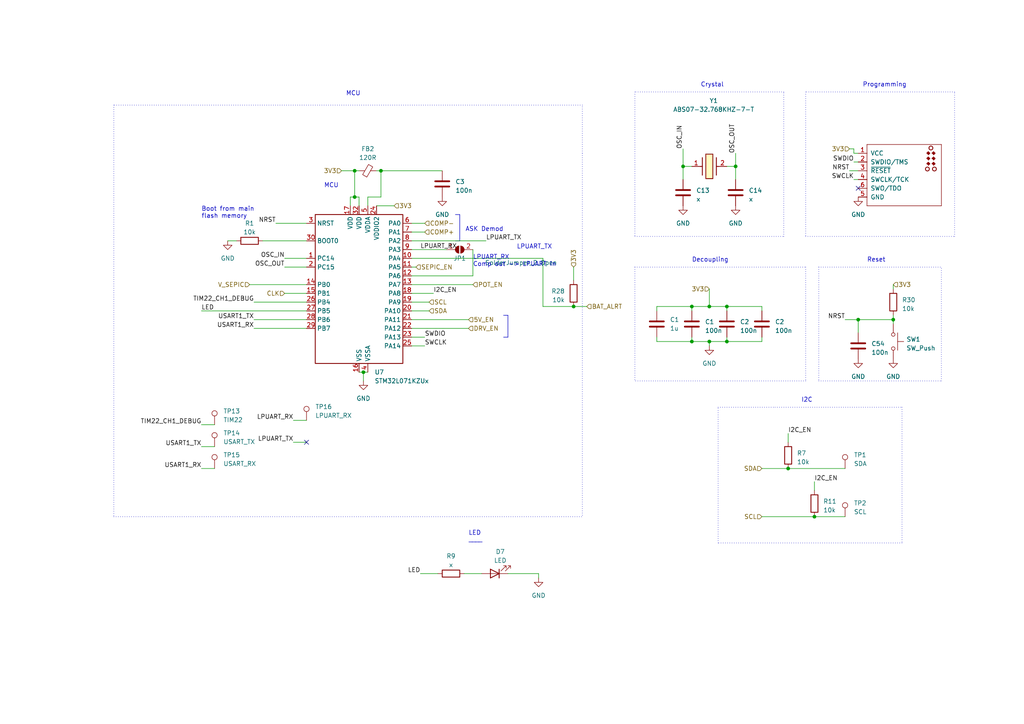
<source format=kicad_sch>
(kicad_sch (version 20230121) (generator eeschema)
  (paper "A4")
  (lib_symbols
    (symbol "ABS07-32_768KHZ-7-T:ABS07-32.768KHZ-7-T" (pin_names hide)
      (property "Reference" "Y" (at 8.89 6.35 0))
      (property "Value" "ABS07-32.768KHZ-7-T" (at 8.89 3.81 0))
      (symbol "ABS07-32.768KHZ-7-T_1_1"
        (polyline (pts (xy 3.048 0) (xy 2.54 0)) (stroke (width 0.254)))
        (polyline (pts (xy 3.048 2.54) (xy 3.048 -2.54)) (stroke (width 0.254)))
        (polyline (pts (xy 7.112 0) (xy 7.62 0)) (stroke (width 0.254)))
        (polyline (pts (xy 7.112 2.54) (xy 7.112 -2.54)) (stroke (width 0.254)))
        (rectangle (start 4.064 3.556) (end 6.096 -3.556) (stroke (width 0.254)) (fill (type background)))
        (pin passive line (at 0 0 0) (length 2.54) (name "1") (number "1"))
        (pin passive line (at 10.16 0 180) (length 2.54) (name "2") (number "2"))
      )
    )
    (symbol "Connector:TestPoint" (pin_numbers hide) (pin_names (offset 0.762) hide)
      (property "Reference" "TP" (at 0 6.858 0))
      (property "Value" "TestPoint" (at 0 5.08 0))
      (symbol "TestPoint_0_1"
        (circle (center 0 3.302) (radius 0.762))
      )
      (symbol "TestPoint_1_1"
        (pin passive line (at 0 0 90) (length 2.54) (name "1") (number "1"))
      )
    )
    (symbol "Device:C" (pin_numbers hide) (pin_names (offset 0.254))
      (property "Reference" "C" (at 0.635 2.54 0))
      (property "Value" "C" (at 0.635 -2.54 0))
      (symbol "C_0_1"
        (polyline (pts (xy -2.032 -0.762) (xy 2.032 -0.762)) (stroke (width 0.508)))
        (polyline (pts (xy -2.032 0.762) (xy 2.032 0.762)) (stroke (width 0.508)))
      )
      (symbol "C_1_1"
        (pin passive line (at 0 3.81 270) (length 2.794) (name "~") (number "1"))
        (pin passive line (at 0 -3.81 90) (length 2.794) (name "~") (number "2"))
      )
    )
    (symbol "Device:FerriteBead_Small" (pin_numbers hide) (pin_names (offset 0))
      (property "Reference" "FB" (at 1.905 1.27 0))
      (property "Value" "FerriteBead_Small" (at 1.905 -1.27 0))
      (symbol "FerriteBead_Small_0_1"
        (polyline (pts (xy 0 -1.27) (xy 0 -0.7874)))
        (polyline (pts (xy 0 0.889) (xy 0 1.2954)))
        (polyline (pts (xy -1.8288 0.2794) (xy -1.1176 1.4986) (xy 1.8288 -0.2032) (xy 1.1176 -1.4224) (xy -1.8288 0.2794)))
      )
      (symbol "FerriteBead_Small_1_1"
        (pin passive line (at 0 2.54 270) (length 1.27) (name "~") (number "1"))
        (pin passive line (at 0 -2.54 90) (length 1.27) (name "~") (number "2"))
      )
    )
    (symbol "Device:LED" (pin_numbers hide) (pin_names (offset 1.016) hide)
      (property "Reference" "D" (at 0 2.54 0))
      (property "Value" "LED" (at 0 -2.54 0))
      (symbol "LED_0_1"
        (polyline (pts (xy -1.27 -1.27) (xy -1.27 1.27)) (stroke (width 0.254)))
        (polyline (pts (xy -1.27 0) (xy 1.27 0)))
        (polyline (pts (xy 1.27 -1.27) (xy 1.27 1.27) (xy -1.27 0) (xy 1.27 -1.27)) (stroke (width 0.254)))
        (polyline (pts (xy -3.048 -0.762) (xy -4.572 -2.286) (xy -3.81 -2.286) (xy -4.572 -2.286) (xy -4.572 -1.524)))
        (polyline (pts (xy -1.778 -0.762) (xy -3.302 -2.286) (xy -2.54 -2.286) (xy -3.302 -2.286) (xy -3.302 -1.524)))
      )
      (symbol "LED_1_1"
        (pin passive line (at -3.81 0 0) (length 2.54) (name "K") (number "1"))
        (pin passive line (at 3.81 0 180) (length 2.54) (name "A") (number "2"))
      )
    )
    (symbol "Device:R" (pin_numbers hide) (pin_names (offset 0))
      (property "Reference" "R" (at 2.032 0 90))
      (property "Value" "R" (at 0 0 90))
      (symbol "R_0_1"
        (rectangle (start -1.016 -2.54) (end 1.016 2.54) (stroke (width 0.254)))
      )
      (symbol "R_1_1"
        (pin passive line (at 0 3.81 270) (length 1.27) (name "~") (number "1"))
        (pin passive line (at 0 -3.81 90) (length 1.27) (name "~") (number "2"))
      )
    )
    (symbol "Jumper:SolderJumper_2_Open" (pin_names (offset 0) hide)
      (property "Reference" "JP" (at 0 2.032 0))
      (property "Value" "SolderJumper_2_Open" (at 0 -2.54 0))
      (symbol "SolderJumper_2_Open_0_1"
        (arc (start -0.254 1.016) (mid -1.2656 0) (end -0.254 -1.016))
        (arc (start -0.254 1.016) (mid -1.2656 0) (end -0.254 -1.016) (fill (type outline)))
        (polyline (pts (xy -0.254 1.016) (xy -0.254 -1.016)))
        (polyline (pts (xy 0.254 1.016) (xy 0.254 -1.016)))
        (arc (start 0.254 -1.016) (mid 1.2656 0) (end 0.254 1.016))
        (arc (start 0.254 -1.016) (mid 1.2656 0) (end 0.254 1.016) (fill (type outline)))
      )
      (symbol "SolderJumper_2_Open_1_1"
        (pin passive line (at -3.81 0 0) (length 2.54) (name "A") (number "1"))
        (pin passive line (at 3.81 0 180) (length 2.54) (name "B") (number "2"))
      )
    )
    (symbol "MCU_ST_STM32L0:STM32L071KZUx"
      (property "Reference" "U7" (at 4.4959 -22.86 0))
      (property "Value" "STM32L071KZUx" (at 4.4959 -25.4 0))
      (symbol "STM32L071KZUx_1_1"
        (rectangle (start -12.7 22.86) (end 12.7 -20.32) (stroke (width 0.254)))
        (pin bidirectional line (at -15.24 10.16 0) (length 2.54) (name "PC14") (number "1"))
        (pin bidirectional line (at 15.24 10.16 180) (length 2.54) (name "PA4") (number "10"))
        (pin bidirectional line (at 15.24 7.62 180) (length 2.54) (name "PA5") (number "11"))
        (pin bidirectional line (at 15.24 5.08 180) (length 2.54) (name "PA6") (number "12"))
        (pin bidirectional line (at 15.24 2.54 180) (length 2.54) (name "PA7") (number "13"))
        (pin bidirectional line (at -15.24 2.54 0) (length 2.54) (name "PB0") (number "14"))
        (pin bidirectional line (at -15.24 0 0) (length 2.54) (name "PB1") (number "15"))
        (pin power_in line (at 0 -22.86 90) (length 2.54) (name "VSS") (number "16"))
        (pin power_in line (at -2.54 25.4 270) (length 2.54) (name "VDD") (number "17"))
        (pin bidirectional line (at 15.24 0 180) (length 2.54) (name "PA8") (number "18"))
        (pin bidirectional line (at 15.24 -2.54 180) (length 2.54) (name "PA9") (number "19"))
        (pin bidirectional line (at -15.24 7.62 0) (length 2.54) (name "PC15") (number "2"))
        (pin bidirectional line (at 15.24 -5.08 180) (length 2.54) (name "PA10") (number "20"))
        (pin bidirectional line (at 15.24 -7.62 180) (length 2.54) (name "PA11") (number "21"))
        (pin bidirectional line (at 15.24 -10.16 180) (length 2.54) (name "PA12") (number "22"))
        (pin bidirectional line (at 15.24 -12.7 180) (length 2.54) (name "PA13") (number "23"))
        (pin power_in line (at 5.08 25.4 270) (length 2.54) (name "VDDIO2") (number "24"))
        (pin bidirectional line (at 15.24 -15.24 180) (length 2.54) (name "PA14") (number "25"))
        (pin bidirectional line (at -15.24 -2.54 0) (length 2.54) (name "PB4") (number "26"))
        (pin bidirectional line (at -15.24 -5.08 0) (length 2.54) (name "PB5") (number "27"))
        (pin bidirectional line (at -15.24 -7.62 0) (length 2.54) (name "PB6") (number "28"))
        (pin bidirectional line (at -15.24 -10.16 0) (length 2.54) (name "PB7") (number "29"))
        (pin input line (at -15.24 20.32 0) (length 2.54) (name "NRST") (number "3"))
        (pin input line (at -15.24 15.24 0) (length 2.54) (name "BOOT0") (number "30"))
        (pin passive line (at 0 -22.86 90) (length 2.54) hide (name "VSS") (number "31"))
        (pin power_in line (at 0 25.4 270) (length 2.54) (name "VDD") (number "32"))
        (pin passive line (at 0 -22.86 90) (length 2.54) hide (name "VSS") (number "33"))
        (pin power_in line (at 2.54 -22.86 90) (length 2.54) (name "VSSA") (number "4"))
        (pin power_in line (at 2.54 25.4 270) (length 2.54) (name "VDDA") (number "5"))
        (pin bidirectional line (at 15.24 20.32 180) (length 2.54) (name "PA0") (number "6"))
        (pin bidirectional line (at 15.24 17.78 180) (length 2.54) (name "PA1") (number "7"))
        (pin bidirectional line (at 15.24 15.24 180) (length 2.54) (name "PA2") (number "8"))
        (pin bidirectional line (at 15.24 12.7 180) (length 2.54) (name "PA3") (number "9"))
      )
    )
    (symbol "Switch:SW_Push" (pin_numbers hide) (pin_names (offset 1.016) hide)
      (property "Reference" "SW" (at 1.27 2.54 0))
      (property "Value" "SW_Push" (at 0 -1.524 0))
      (symbol "SW_Push_0_1"
        (circle (center -2.032 0) (radius 0.508))
        (polyline (pts (xy 0 1.27) (xy 0 3.048)))
        (polyline (pts (xy 2.54 1.27) (xy -2.54 1.27)))
        (circle (center 2.032 0) (radius 0.508))
        (pin passive line (at -5.08 0 0) (length 2.54) (name "1") (number "1"))
        (pin passive line (at 5.08 0 180) (length 2.54) (name "2") (number "2"))
      )
    )
    (symbol "power:GND" (power) (pin_names (offset 0))
      (property "Value" "GND" (at 0 -3.81 0))
      (symbol "GND_0_1"
        (polyline (pts (xy 0 0) (xy 0 -1.27) (xy 1.27 -1.27) (xy 0 -2.54) (xy -1.27 -1.27) (xy 0 -1.27)))
      )
      (symbol "GND_1_1"
        (pin power_in line (at 0 0 270) (length 0) hide (name "GND") (number "1"))
      )
    )
    (symbol "sparkfun-nrf52832-breakout-eagle-import:TC2030_SWD-MCP-NL" (pin_names (offset 1.016))
      (symbol "TC2030_SWD-MCP-NL_1_0"
        (polyline (pts (xy -10.16 -7.62) (xy 11.43 -7.62)))
        (polyline (pts (xy -10.16 10.16) (xy -10.16 -7.62)))
        (polyline (pts (xy 11.43 -7.62) (xy 11.43 10.16)))
        (polyline (pts (xy 11.43 10.16) (xy -10.16 10.16)))
        (polyline (pts (xy 7.112 4.572) (xy 7.62 5.08) (xy 8.128 4.572) (xy 7.62 4.064)) (fill (type outline)))
        (polyline (pts (xy 7.112 6.096) (xy 7.62 6.604) (xy 8.128 6.096) (xy 7.62 5.588)) (fill (type outline)))
        (polyline (pts (xy 7.112 7.62) (xy 7.62 8.128) (xy 8.128 7.62) (xy 7.62 7.112)) (fill (type outline)))
        (polyline (pts (xy 8.636 4.572) (xy 9.144 5.08) (xy 9.652 4.572) (xy 9.144 4.064)) (fill (type outline)))
        (polyline (pts (xy 8.636 6.096) (xy 9.144 6.604) (xy 9.652 6.096) (xy 9.144 5.588)) (fill (type outline)))
        (polyline (pts (xy 8.636 7.62) (xy 9.144 8.128) (xy 9.652 7.62) (xy 9.144 7.112)) (fill (type outline)))
        (circle (center 7.366 3.048) (radius 0.5588) (stroke (width 0.254)))
        (circle (center 8.382 9.144) (radius 0.5588) (stroke (width 0.254)))
        (circle (center 9.398 3.048) (radius 0.5588) (stroke (width 0.254)))
        (pin passive line (at -12.7 7.62 0) (length 2.54) (name "VCC") (number "1"))
        (pin bidirectional line (at -12.7 5.08 0) (length 2.54) (name "SWDIO/TMS") (number "2"))
        (pin output line (at -12.7 2.54 0) (length 2.54) (name "~{RESET}") (number "3"))
        (pin output line (at -12.7 0 0) (length 2.54) (name "SWCLK/TCK") (number "4"))
        (pin passive line (at -12.7 -5.08 0) (length 2.54) (name "GND") (number "5"))
        (pin bidirectional line (at -12.7 -2.54 0) (length 2.54) (name "SWO/TDO") (number "6"))
      )
    )
  )
  (junction (at 198.12 48.26))
  (junction (at 210.82 88.9))
  (junction (at 213.36 48.26))
  (junction (at 210.82 99.06))
  (junction (at 236.22 149.86))
  (junction (at 200.66 88.9))
  (junction (at 205.74 88.9))
  (junction (at 259.08 92.71))
  (junction (at 105.41 107.95))
  (junction (at 102.87 49.53))
  (junction (at 102.87 57.15))
  (junction (at 248.92 92.71))
  (junction (at 228.6 135.89))
  (junction (at 200.66 99.06))
  (junction (at 166.37 88.9))
  (junction (at 110.49 49.53))
  (junction (at 205.74 99.06))
  (no_connect (at 88.9 128.27))
  (no_connect (at 248.92 54.61))
  (wire (pts (xy 73.66 87.63) (xy 88.9 87.63)))
  (wire (pts (xy 82.55 74.93) (xy 88.9 74.93)))
  (wire (pts (xy 210.82 88.9) (xy 220.98 88.9)))
  (wire (pts (xy 157.48 88.9) (xy 166.37 88.9)))
  (wire (pts (xy 220.98 99.06) (xy 210.82 99.06)))
  (polyline (pts (xy 208.28 118.11) (xy 224.79 118.11)) (stroke (width 0) (type dot)))
  (polyline (pts (xy 208.28 157.48) (xy 208.28 118.11)) (stroke (width 0) (type dot)))
  (wire (pts (xy 102.87 57.15) (xy 104.14 57.15)))
  (wire (pts (xy 210.82 90.17) (xy 210.82 88.9)))
  (wire (pts (xy 247.65 46.99) (xy 248.92 46.99)))
  (wire (pts (xy 213.36 44.45) (xy 213.36 48.26)))
  (wire (pts (xy 198.12 48.26) (xy 198.12 52.07)))
  (wire (pts (xy 156.21 166.37) (xy 147.32 166.37)))
  (wire (pts (xy 73.66 92.71) (xy 88.9 92.71)))
  (wire (pts (xy 119.38 92.71) (xy 135.89 92.71)))
  (wire (pts (xy 119.38 72.39) (xy 129.54 72.39)))
  (wire (pts (xy 58.42 129.54) (xy 62.23 129.54)))
  (polyline (pts (xy 168.91 44.45) (xy 168.91 30.48)) (stroke (width 0) (type dot)))
  (polyline (pts (xy 273.05 110.49) (xy 273.05 77.47)) (stroke (width 0) (type dot)))
  (wire (pts (xy 110.49 57.15) (xy 106.68 57.15)))
  (wire (pts (xy 119.38 80.01) (xy 137.16 80.01)))
  (wire (pts (xy 109.22 49.53) (xy 110.49 49.53)))
  (polyline (pts (xy 276.86 68.58) (xy 276.86 26.67)) (stroke (width 0) (type dot)))
  (polyline (pts (xy 237.49 110.49) (xy 273.05 110.49)) (stroke (width 0) (type dot)))
  (wire (pts (xy 205.74 88.9) (xy 205.74 83.82)))
  (wire (pts (xy 248.92 92.71) (xy 248.92 96.52)))
  (polyline (pts (xy 227.33 68.58) (xy 227.33 26.67)) (stroke (width 0) (type dot)))
  (wire (pts (xy 85.09 121.92) (xy 88.9 121.92)))
  (polyline (pts (xy 133.35 62.23) (xy 133.35 69.85)))
  (wire (pts (xy 82.55 77.47) (xy 88.9 77.47)))
  (polyline (pts (xy 184.15 77.47) (xy 233.68 77.47)) (stroke (width 0) (type dot)))
  (wire (pts (xy 246.38 43.18) (xy 247.65 43.18)))
  (wire (pts (xy 58.42 123.19) (xy 62.23 123.19)))
  (wire (pts (xy 205.74 100.33) (xy 205.74 99.06)))
  (polyline (pts (xy 147.32 91.44) (xy 147.32 97.79)))
  (wire (pts (xy 200.66 88.9) (xy 190.5 88.9)))
  (wire (pts (xy 101.6 57.15) (xy 101.6 59.69)))
  (wire (pts (xy 205.74 99.06) (xy 210.82 99.06)))
  (wire (pts (xy 73.66 95.25) (xy 88.9 95.25)))
  (polyline (pts (xy 168.91 44.45) (xy 168.91 149.86)) (stroke (width 0) (type dot)))
  (wire (pts (xy 88.9 85.09) (xy 82.55 85.09)))
  (wire (pts (xy 88.9 82.55) (xy 72.39 82.55)))
  (wire (pts (xy 85.09 128.27) (xy 88.9 128.27)))
  (wire (pts (xy 80.01 64.77) (xy 88.9 64.77)))
  (polyline (pts (xy 40.64 149.86) (xy 168.91 149.86)) (stroke (width 0) (type dot)))
  (wire (pts (xy 200.66 99.06) (xy 200.66 97.79)))
  (polyline (pts (xy 276.86 26.67) (xy 233.68 26.67)) (stroke (width 0) (type dot)))
  (wire (pts (xy 123.19 97.79) (xy 119.38 97.79)))
  (wire (pts (xy 125.73 85.09) (xy 119.38 85.09)))
  (wire (pts (xy 236.22 149.86) (xy 245.11 149.86)))
  (wire (pts (xy 66.04 69.85) (xy 68.58 69.85)))
  (wire (pts (xy 106.68 57.15) (xy 106.68 59.69)))
  (wire (pts (xy 124.46 90.17) (xy 119.38 90.17)))
  (wire (pts (xy 210.82 88.9) (xy 205.74 88.9)))
  (polyline (pts (xy 168.91 30.48) (xy 33.02 30.48)) (stroke (width 0) (type dot)))
  (wire (pts (xy 105.41 107.95) (xy 104.14 107.95)))
  (wire (pts (xy 137.16 82.55) (xy 119.38 82.55)))
  (polyline (pts (xy 233.68 77.47) (xy 233.68 110.49)) (stroke (width 0) (type dot)))
  (wire (pts (xy 247.65 43.18) (xy 247.65 44.45)))
  (wire (pts (xy 198.12 43.18) (xy 198.12 48.26)))
  (wire (pts (xy 137.16 72.39) (xy 137.16 80.01)))
  (polyline (pts (xy 184.15 77.47) (xy 184.15 110.49)) (stroke (width 0) (type dot)))
  (wire (pts (xy 58.42 135.89) (xy 62.23 135.89)))
  (wire (pts (xy 220.98 149.86) (xy 236.22 149.86)))
  (wire (pts (xy 210.82 48.26) (xy 213.36 48.26)))
  (wire (pts (xy 105.41 110.49) (xy 105.41 107.95)))
  (wire (pts (xy 102.87 49.53) (xy 102.87 57.15)))
  (polyline (pts (xy 184.15 26.67) (xy 184.15 68.58)) (stroke (width 0) (type dot)))
  (wire (pts (xy 119.38 69.85) (xy 140.97 69.85)))
  (wire (pts (xy 228.6 125.73) (xy 228.6 128.27)))
  (wire (pts (xy 110.49 57.15) (xy 110.49 49.53)))
  (wire (pts (xy 104.14 57.15) (xy 104.14 59.69)))
  (wire (pts (xy 247.65 44.45) (xy 248.92 44.45)))
  (wire (pts (xy 213.36 48.26) (xy 213.36 52.07)))
  (wire (pts (xy 123.19 67.31) (xy 119.38 67.31)))
  (polyline (pts (xy 146.05 91.44) (xy 147.32 91.44)))
  (wire (pts (xy 190.5 88.9) (xy 190.5 90.17)))
  (wire (pts (xy 247.65 52.07) (xy 248.92 52.07)))
  (wire (pts (xy 99.06 49.53) (xy 102.87 49.53)))
  (polyline (pts (xy 132.08 62.23) (xy 133.35 62.23)))
  (wire (pts (xy 109.22 59.69) (xy 114.3 59.69)))
  (wire (pts (xy 200.66 90.17) (xy 200.66 88.9)))
  (polyline (pts (xy 233.68 68.58) (xy 276.86 68.58)) (stroke (width 0) (type dot)))
  (wire (pts (xy 119.38 74.93) (xy 157.48 74.93)))
  (wire (pts (xy 124.46 87.63) (xy 119.38 87.63)))
  (wire (pts (xy 236.22 139.7) (xy 236.22 142.24)))
  (wire (pts (xy 134.62 166.37) (xy 139.7 166.37)))
  (wire (pts (xy 220.98 90.17) (xy 220.98 88.9)))
  (wire (pts (xy 259.08 92.71) (xy 259.08 91.44)))
  (wire (pts (xy 157.48 74.93) (xy 157.48 88.9)))
  (wire (pts (xy 123.19 100.33) (xy 119.38 100.33)))
  (polyline (pts (xy 227.33 26.67) (xy 184.15 26.67)) (stroke (width 0) (type dot)))
  (polyline (pts (xy 233.68 26.67) (xy 233.68 68.58)) (stroke (width 0) (type dot)))
  (wire (pts (xy 259.08 82.55) (xy 259.08 83.82)))
  (polyline (pts (xy 146.05 97.79) (xy 147.32 97.79)))
  (wire (pts (xy 156.21 167.64) (xy 156.21 166.37)))
  (polyline (pts (xy 237.49 77.47) (xy 237.49 110.49)) (stroke (width 0) (type dot)))
  (polyline (pts (xy 233.68 110.49) (xy 184.15 110.49)) (stroke (width 0) (type dot)))
  (polyline (pts (xy 132.08 69.85) (xy 133.35 69.85)))
  (wire (pts (xy 205.74 88.9) (xy 200.66 88.9)))
  (wire (pts (xy 166.37 77.47) (xy 166.37 81.28)))
  (wire (pts (xy 102.87 49.53) (xy 104.14 49.53)))
  (polyline (pts (xy 261.62 157.48) (xy 208.28 157.48)) (stroke (width 0) (type dot)))
  (wire (pts (xy 259.08 93.98) (xy 259.08 92.71)))
  (wire (pts (xy 210.82 99.06) (xy 210.82 97.79)))
  (wire (pts (xy 228.6 135.89) (xy 245.11 135.89)))
  (wire (pts (xy 76.2 69.85) (xy 88.9 69.85)))
  (wire (pts (xy 248.92 92.71) (xy 259.08 92.71)))
  (wire (pts (xy 246.38 49.53) (xy 248.92 49.53)))
  (wire (pts (xy 245.11 92.71) (xy 248.92 92.71)))
  (wire (pts (xy 110.49 49.53) (xy 128.27 49.53)))
  (wire (pts (xy 119.38 95.25) (xy 135.89 95.25)))
  (wire (pts (xy 105.41 107.95) (xy 106.68 107.95)))
  (polyline (pts (xy 224.79 118.11) (xy 261.62 118.11)) (stroke (width 0) (type dot)))
  (wire (pts (xy 123.19 64.77) (xy 119.38 64.77)))
  (polyline (pts (xy 237.49 77.47) (xy 273.05 77.47)) (stroke (width 0) (type dot)))
  (wire (pts (xy 220.98 135.89) (xy 228.6 135.89)))
  (wire (pts (xy 220.98 97.79) (xy 220.98 99.06)))
  (wire (pts (xy 190.5 97.79) (xy 190.5 99.06)))
  (wire (pts (xy 205.74 99.06) (xy 200.66 99.06)))
  (polyline (pts (xy 33.02 30.48) (xy 33.02 149.86)) (stroke (width 0) (type dot)))
  (wire (pts (xy 58.42 90.17) (xy 88.9 90.17)))
  (wire (pts (xy 101.6 57.15) (xy 102.87 57.15)))
  (wire (pts (xy 120.65 77.47) (xy 119.38 77.47)))
  (wire (pts (xy 200.66 48.26) (xy 198.12 48.26)))
  (wire (pts (xy 190.5 99.06) (xy 200.66 99.06)))
  (polyline (pts (xy 184.15 68.58) (xy 227.33 68.58)) (stroke (width 0) (type dot)))
  (wire (pts (xy 170.18 88.9) (xy 166.37 88.9)))
  (wire (pts (xy 121.92 166.37) (xy 127 166.37)))
  (polyline (pts (xy 261.62 118.11) (xy 261.62 157.48)) (stroke (width 0) (type dot)))
  (polyline (pts (xy 33.02 149.86) (xy 40.64 149.86)) (stroke (width 0) (type dot)))
  (text "Crystal" (at 203.2 25.4 0) (effects (font (size 1.27 1.27)) (justify left bottom)))
  (text "ASK Demod" (at 146.05 67.31 0) (effects (font (size 1.27 1.27)) (justify right bottom)))
  (text "MCU" (at 93.98 54.61 0) (effects (font (size 1.27 1.27)) (justify left bottom)))
  (text "LPUART_RX\nComp out -> LPUART in" (at 137.16 77.47 0) (effects (font (size 1.27 1.27)) (justify left bottom)))
  (text "LED\n____" (at 135.89 157.48 0) (effects (font (size 1.27 1.27)) (justify left bottom)))
  (text "LPUART_TX" (at 149.86 72.39 0) (effects (font (size 1.27 1.27)) (justify left bottom)))
  (text "Decoupling" (at 200.66 76.2 0) (effects (font (size 1.27 1.27)) (justify left bottom)))
  (text "Reset" (at 251.46 76.2 0) (effects (font (size 1.27 1.27)) (justify left bottom)))
  (text "MCU" (at 100.33 27.94 0) (effects (font (size 1.27 1.27)) (justify left bottom)))
  (text "Boot from main \nflash memory" (at 58.42 63.5 0) (effects (font (size 1.27 1.27)) (justify left bottom)))
  (text "I2C" (at 232.41 116.84 0) (effects (font (size 1.27 1.27)) (justify left bottom)))
  (text "Programming\n" (at 250.19 25.4 0) (effects (font (size 1.27 1.27)) (justify left bottom)))
  (label "SWDIO" (at 123.19 97.79 0))
  (label "OSC_OUT" (at 82.55 77.47 180))
  (label "USART1_RX" (at 73.66 95.25 180))
  (label "OSC_IN" (at 82.55 74.93 180))
  (label "USART1_TX" (at 73.66 92.71 180))
  (label "I2C_EN" (at 125.73 85.09 0))
  (label "SWCLK" (at 247.65 52.07 180))
  (label "USART1_TX" (at 58.42 129.54 180))
  (label "OSC_OUT" (at 213.36 44.45 90))
  (label "USART1_RX" (at 58.42 135.89 180))
  (label "SWDIO" (at 247.65 46.99 180))
  (label "NRST" (at 80.01 64.77 180))
  (label "I2C_EN" (at 228.6 125.73 0))
  (label "TIM22_CH1_DEBUG" (at 73.66 87.63 180))
  (label "LPUART_TX" (at 85.09 128.27 180))
  (label "TIM22_CH1_DEBUG" (at 58.42 123.19 180))
  (label "LPUART_RX" (at 85.09 121.92 180))
  (label "LPUART_RX" (at 121.92 72.39 0))
  (label "NRST" (at 245.11 92.71 180))
  (label "LED" (at 121.92 166.37 180))
  (label "LED" (at 58.42 90.17 0))
  (label "NRST" (at 246.38 49.53 180))
  (label "I2C_EN" (at 236.22 139.7 0))
  (label "OSC_IN" (at 198.12 43.18 90))
  (label "LPUART_TX" (at 140.97 69.85 0))
  (label "SWCLK" (at 123.19 100.33 0))
  (hierarchical_label "DRV_EN" (shape input) (at 135.89 95.25 0))
  (hierarchical_label "3V3" (shape input) (at 166.37 77.47 90))
  (hierarchical_label "3V3" (shape input) (at 259.08 82.55 0))
  (hierarchical_label "3V3" (shape input) (at 114.3 59.69 0))
  (hierarchical_label "V_SEPIC" (shape input) (at 72.39 82.55 180))
  (hierarchical_label "SCL" (shape input) (at 220.98 149.86 180))
  (hierarchical_label "3V3" (shape input) (at 246.38 43.18 180))
  (hierarchical_label "3V3" (shape input) (at 205.74 83.82 180))
  (hierarchical_label "BAT_ALRT" (shape input) (at 170.18 88.9 0))
  (hierarchical_label "3V3" (shape input) (at 99.06 49.53 180))
  (hierarchical_label "COMP+" (shape input) (at 123.19 67.31 0))
  (hierarchical_label "SDA" (shape input) (at 220.98 135.89 180))
  (hierarchical_label "CLK" (shape input) (at 82.55 85.09 180))
  (hierarchical_label "SCL" (shape input) (at 124.46 87.63 0))
  (hierarchical_label "SEPIC_EN" (shape input) (at 120.65 77.47 0))
  (hierarchical_label "POT_EN" (shape input) (at 137.16 82.55 0))
  (hierarchical_label "SDA" (shape input) (at 124.46 90.17 0))
  (hierarchical_label "5V_EN" (shape input) (at 135.89 92.71 0))
  (hierarchical_label "COMP-" (shape input) (at 123.19 64.77 0))
  (symbol (lib_id "Device:R") (at 72.39 69.85 90) (unit 1)
    (property "Reference" "R1" (at 72.39 64.77 90))
    (property "Value" "10k" (at 72.39 67.31 90))
    (property "Footprint" "Resistor_SMD:R_0603_1608Metric_Pad0.98x0.95mm_HandSolder" (effects hide))
    (instances (project "mcu" (path "" (reference "R1") (unit 1))) (project "driver_prereg_combined" (path "" (reference "R29") (unit 1))))
  )
  (symbol (lib_id "Device:LED") (at 143.51 166.37 180) (unit 1)
    (property "Reference" "D7" (at 145.0975 160.02 0))
    (property "Value" "LED" (at 145.0975 162.56 0))
    (property "Footprint" "LED_SMD:LED_0805_2012Metric_Pad1.15x1.40mm_HandSolder" (effects hide))
  )
  (symbol (lib_id "Device:C") (at 128.27 53.34 0) (unit 1)
    (property "Reference" "C3" (at 132.08 52.705 0) (effects (justify left)))
    (property "Value" "100n" (at 132.08 55.245 0) (effects (justify left)))
    (property "Footprint" "Capacitor_SMD:C_0603_1608Metric_Pad1.08x0.95mm_HandSolder" (effects hide))
    (instances (project "mcu" (path "" (reference "C3") (unit 1))) (project "driver_prereg_combined" (path "" (reference "C51") (unit 1))))
  )
  (symbol (lib_id "power:GND") (at 128.27 57.15 0) (unit 1)
    (property "Reference" "#PWR03" (effects hide))
    (property "Value" "GND" (at 128.27 62.23 0))
    (instances (project "mcu" (path "" (reference "#PWR03") (unit 1))) (project "driver_prereg_combined" (path "" (reference "#PWR073") (unit 1))))
  )
  (symbol (lib_id "Connector:TestPoint") (at 62.23 123.19 0) (unit 1)
    (property "Reference" "TP13" (at 64.77 119.253 0) (effects (justify left)))
    (property "Value" "TIM22" (at 64.77 121.793 0) (effects (justify left)))
    (property "Footprint" "TestPoint:TestPoint_Pad_2.5x2.5mm" (effects hide))
  )
  (symbol (lib_id "Device:FerriteBead_Small") (at 106.68 49.53 90) (unit 1)
    (property "Reference" "FB2" (at 106.68 43.18 90))
    (property "Value" "120R" (at 106.68 45.72 90))
    (property "Footprint" "Capacitor_SMD:C_0603_1608Metric_Pad1.08x0.95mm_HandSolder" (effects hide))
  )
  (symbol (lib_id "power:GND") (at 205.74 100.33 0) (unit 1)
    (property "Reference" "#PWR02" (effects hide))
    (property "Value" "GND" (at 205.74 105.41 0))
    (instances (project "mcu" (path "" (reference "#PWR02") (unit 1))) (project "driver_prereg_combined" (path "" (reference "#PWR072") (unit 1))))
  )
  (symbol (lib_id "power:GND") (at 259.08 104.14 0) (unit 1)
    (property "Reference" "#PWR017" (effects hide))
    (property "Value" "GND" (at 259.08 109.22 0))
    (instances (project "mcu" (path "" (reference "#PWR017") (unit 1))) (project "driver_prereg_combined" (path "" (reference "#PWR067") (unit 1))))
  )
  (symbol (lib_id "power:GND") (at 198.12 59.69 0) (unit 1)
    (property "Reference" "#PWR016" (effects hide))
    (property "Value" "GND" (at 198.12 64.77 0))
    (instances (project "mcu" (path "" (reference "#PWR016") (unit 1))) (project "driver_prereg_combined" (path "" (reference "#PWR069") (unit 1))))
  )
  (symbol (lib_id "Device:R") (at 166.37 85.09 0) (mirror y) (unit 1)
    (property "Reference" "R28" (at 163.83 84.455 0) (effects (justify left)))
    (property "Value" "10k" (at 163.83 86.995 0) (effects (justify left)))
    (property "Footprint" "Resistor_SMD:R_0603_1608Metric_Pad0.98x0.95mm_HandSolder" (effects hide))
    (instances (project "driver_prereg_combined" (path "" (reference "R28") (unit 1))) (project "driver" (path "" (reference "R7") (unit 1))))
  )
  (symbol (lib_id "Device:R") (at 228.6 132.08 180) (unit 1)
    (property "Reference" "R7" (at 231.14 131.445 0) (effects (justify right)))
    (property "Value" "10k" (at 231.14 133.985 0) (effects (justify right)))
    (property "Footprint" "Resistor_SMD:R_0603_1608Metric_Pad0.98x0.95mm_HandSolder" (effects hide))
    (instances (project "prereg" (path "" (reference "R7") (unit 1))) (project "driver_prereg_combined" (path "" (reference "R17") (unit 1))) (project "wpt_transmitter" (path "" (reference "R?") (unit 1)) (path "" (reference "R?") (unit 1)) (path "" (reference "R?") (unit 1))))
  )
  (symbol (lib_id "Device:C") (at 248.92 100.33 0) (unit 1)
    (property "Reference" "C54" (at 252.73 99.695 0) (effects (justify left)))
    (property "Value" "100n" (at 252.73 102.235 0) (effects (justify left)))
    (property "Footprint" "Capacitor_SMD:C_0603_1608Metric_Pad1.08x0.95mm_HandSolder" (effects hide))
  )
  (symbol (lib_id "Connector:TestPoint") (at 88.9 121.92 0) (unit 1)
    (property "Reference" "TP16" (at 91.44 117.983 0) (effects (justify left)))
    (property "Value" "LPUART_RX" (at 91.44 120.523 0) (effects (justify left)))
    (property "Footprint" "TestPoint:TestPoint_THTPad_2.5x2.5mm_Drill1.2mm" (effects hide))
  )
  (symbol (lib_id "sparkfun-nrf52832-breakout-eagle-import:TC2030_SWD-MCP-NL") (at 261.62 52.07 0) (unit 1)
    (property "Reference" "J1" (effects hide))
    (property "Value" "TC2030_SWD-MCP-NL" (effects hide))
    (property "Footprint" "Connector:Tag-Connect_TC2030-IDC-NL_2x03_P1.27mm_Vertical" (effects hide))
  )
  (symbol (lib_id "Device:C") (at 220.98 93.98 0) (unit 1)
    (property "Reference" "C2" (at 224.79 93.345 0) (effects (justify left)))
    (property "Value" "100n" (at 224.79 95.885 0) (effects (justify left)))
    (property "Footprint" "Capacitor_SMD:C_0603_1608Metric_Pad1.08x0.95mm_HandSolder" (effects hide))
    (instances (project "mcu" (path "" (reference "C2") (unit 1))) (project "driver_prereg_combined" (path "" (reference "C53") (unit 1))))
  )
  (symbol (lib_id "power:GND") (at 156.21 167.64 0) (unit 1)
    (property "Reference" "#PWR017" (effects hide))
    (property "Value" "GND" (at 156.21 172.72 0))
    (instances (project "wpt_receiver" (path "" (reference "#PWR017") (unit 1)) (path "" (reference "#PWR017") (unit 1))) (project "driver_prereg_combined" (path "" (reference "#PWR046") (unit 1))))
  )
  (symbol (lib_id "power:GND") (at 213.36 59.69 0) (unit 1)
    (property "Reference" "#PWR017" (effects hide))
    (property "Value" "GND" (at 213.36 64.77 0))
    (instances (project "mcu" (path "" (reference "#PWR017") (unit 1))) (project "driver_prereg_combined" (path "" (reference "#PWR070") (unit 1))))
  )
  (symbol (lib_id "Connector:TestPoint") (at 62.23 129.54 0) (unit 1)
    (property "Reference" "TP14" (at 64.77 125.603 0) (effects (justify left)))
    (property "Value" "USART_TX" (at 64.77 128.143 0) (effects (justify left)))
    (property "Footprint" "TestPoint:TestPoint_Pad_2.5x2.5mm" (effects hide))
  )
  (symbol (lib_id "power:GND") (at 105.41 110.49 0) (unit 1)
    (property "Reference" "#PWR01" (effects hide))
    (property "Value" "GND" (at 105.41 115.57 0))
    (instances (project "mcu" (path "" (reference "#PWR01") (unit 1))) (project "driver_prereg_combined" (path "" (reference "#PWR074") (unit 1))))
  )
  (symbol (lib_id "Device:C") (at 190.5 93.98 0) (unit 1)
    (property "Reference" "C1" (at 194.31 92.71 0) (effects (justify left)))
    (property "Value" "1u" (at 194.31 95.25 0) (effects (justify left)))
    (property "Footprint" "Capacitor_SMD:C_0603_1608Metric_Pad1.08x0.95mm_HandSolder" (effects hide))
    (instances (project "mcu" (path "" (reference "C1") (unit 1))) (project "driver_prereg_combined" (path "" (reference "C52") (unit 1))))
  )
  (symbol (lib_id "Device:R") (at 130.81 166.37 90) (unit 1)
    (property "Reference" "R9" (at 130.81 161.29 90))
    (property "Value" "x" (at 130.81 163.83 90))
    (property "Footprint" "Resistor_SMD:R_0603_1608Metric_Pad0.98x0.95mm_HandSolder" (effects hide))
    (instances (project "wpt_receiver" (path "" (reference "R9") (unit 1)) (path "" (reference "R9") (unit 1))) (project "driver_prereg_combined" (path "" (reference "R31") (unit 1))))
  )
  (symbol (lib_id "Device:R") (at 259.08 87.63 0) (unit 1)
    (property "Reference" "R30" (at 261.62 86.995 0) (effects (justify left)))
    (property "Value" "10k" (at 261.62 89.535 0) (effects (justify left)))
    (property "Footprint" "Resistor_SMD:R_0603_1608Metric_Pad0.98x0.95mm_HandSolder" (effects hide))
    (instances (project "driver_prereg_combined" (path "" (reference "R30") (unit 1))) (project "driver" (path "" (reference "R7") (unit 1))))
  )
  (symbol (lib_id "Device:C") (at 210.82 93.98 0) (unit 1)
    (property "Reference" "C2" (at 214.63 93.345 0) (effects (justify left)))
    (property "Value" "100n" (at 214.63 95.885 0) (effects (justify left)))
    (property "Footprint" "Capacitor_SMD:C_0603_1608Metric_Pad1.08x0.95mm_HandSolder" (effects hide))
    (instances (project "mcu" (path "" (reference "C2") (unit 1))) (project "driver_prereg_combined" (path "" (reference "C50") (unit 1))))
  )
  (symbol (lib_id "ABS07-32_768KHZ-7-T:ABS07-32.768KHZ-7-T") (at 200.66 48.26 0) (unit 1)
    (property "Reference" "Y1" (at 207.01 29.21 0))
    (property "Value" "ABS07-32.768KHZ-7-T" (at 207.01 31.75 0))
    (property "Footprint" "ABS07:ABS07" (effects hide))
    (property "Datasheet" "https://abracon.com/Resonators/ABS07.pdf" (effects hide))
    (property "Height" "0.9" (effects hide))
    (property "Mouser Part Number" "815-ABS07-32.768K7T" (effects hide))
    (property "Mouser Price/Stock" "https://www.mouser.co.uk/ProductDetail/ABRACON/ABS07-32.768KHZ-7-T?qs=2nyfZ6BV3oibNEFok2qBLA%3D%3D" (effects hide))
    (property "Manufacturer_Name" "ABRACON" (effects hide))
    (property "Manufacturer_Part_Number" "ABS07-32.768KHZ-7-T" (effects hide))
  )
  (symbol (lib_id "MCU_ST_STM32L0:STM32L071KZUx") (at 104.14 85.09 0) (unit 1)
    (property "Reference" "U7" (at 108.6359 107.95 0) (effects (justify left)))
    (property "Value" "STM32L071KZUx" (at 108.6359 110.49 0) (effects (justify left)))
    (property "Footprint" "Package_DFN_QFN:QFN-32-1EP_5x5mm_P0.5mm_EP3.45x3.45mm" (effects hide))
    (property "Datasheet" "https://www.st.com/resource/en/datasheet/stm32l071kz.pdf" (effects hide))
  )
  (symbol (lib_id "Device:R") (at 236.22 146.05 180) (unit 1)
    (property "Reference" "R11" (at 238.76 145.415 0) (effects (justify right)))
    (property "Value" "10k" (at 238.76 147.955 0) (effects (justify right)))
    (property "Footprint" "Resistor_SMD:R_0603_1608Metric_Pad0.98x0.95mm_HandSolder" (effects hide))
    (instances (project "prereg" (path "" (reference "R11") (unit 1))) (project "driver_prereg_combined" (path "" (reference "R19") (unit 1))) (project "wpt_transmitter" (path "" (reference "R?") (unit 1)) (path "" (reference "R?") (unit 1)) (path "" (reference "R?") (unit 1))))
  )
  (symbol (lib_id "power:GND") (at 248.92 57.15 0) (unit 1)
    (property "Reference" "#PWR04" (effects hide))
    (property "Value" "GND" (at 248.92 62.23 0))
    (instances (project "mcu" (path "" (reference "#PWR04") (unit 1))) (project "driver_prereg_combined" (path "" (reference "#PWR071") (unit 1))))
  )
  (symbol (lib_id "Connector:TestPoint") (at 62.23 135.89 0) (unit 1)
    (property "Reference" "TP15" (at 64.77 131.953 0) (effects (justify left)))
    (property "Value" "USART_RX" (at 64.77 134.493 0) (effects (justify left)))
    (property "Footprint" "TestPoint:TestPoint_Pad_2.5x2.5mm" (effects hide))
  )
  (symbol (lib_id "Jumper:SolderJumper_2_Open") (at 133.35 72.39 0) (unit 1)
    (property "Reference" "JP1" (at 133.35 74.93 0))
    (property "Value" "SolderJumper_2_Open" (at 151.13 76.2 0))
    (property "Footprint" "Jumper:SolderJumper-2_P1.3mm_Open_RoundedPad1.0x1.5mm" (effects hide))
    (instances (project "prereg" (path "" (reference "JP1") (unit 1))) (project "driver_prereg_combined" (path "" (reference "JP4") (unit 1))) (project "driver" (path "" (reference "JP2") (unit 1))))
  )
  (symbol (lib_id "Switch:SW_Push") (at 259.08 99.06 270) (unit 1)
    (property "Reference" "SW1" (at 262.89 98.425 90) (effects (justify left)))
    (property "Value" "SW_Push" (at 262.89 100.965 90) (effects (justify left)))
    (property "Footprint" "Button_Switch_SMD:SW_Push_1P1T_NO_CK_KMR2" (effects hide))
  )
  (symbol (lib_id "Connector:TestPoint") (at 245.11 135.89 0) (unit 1)
    (property "Reference" "TP1" (at 247.65 131.953 0) (effects (justify left)))
    (property "Value" "SDA" (at 247.65 134.493 0) (effects (justify left)))
    (property "Footprint" "TestPoint:TestPoint_THTPad_2.5x2.5mm_Drill1.2mm" (effects hide))
    (instances (project "prereg" (path "" (reference "TP1") (unit 1))) (project "driver_prereg_combined" (path "" (reference "TP10") (unit 1))))
  )
  (symbol (lib_id "power:GND") (at 248.92 104.14 0) (unit 1)
    (property "Reference" "#PWR075" (effects hide))
    (property "Value" "GND" (at 248.92 109.22 0))
  )
  (symbol (lib_id "Device:C") (at 200.66 93.98 0) (unit 1)
    (property "Reference" "C1" (at 204.47 93.345 0) (effects (justify left)))
    (property "Value" "100n" (at 204.47 95.885 0) (effects (justify left)))
    (property "Footprint" "Capacitor_SMD:C_0603_1608Metric_Pad1.08x0.95mm_HandSolder" (effects hide))
    (instances (project "mcu" (path "" (reference "C1") (unit 1))) (project "driver_prereg_combined" (path "" (reference "C49") (unit 1))))
  )
  (symbol (lib_id "Device:C") (at 213.36 55.88 0) (unit 1)
    (property "Reference" "C14" (at 217.17 55.245 0) (effects (justify left)))
    (property "Value" "x" (at 217.17 57.785 0) (effects (justify left)))
    (property "Footprint" "Capacitor_SMD:C_0603_1608Metric_Pad1.08x0.95mm_HandSolder" (effects hide))
    (instances (project "mcu" (path "" (reference "C14") (unit 1))) (project "driver_prereg_combined" (path "" (reference "C48") (unit 1))))
  )
  (symbol (lib_id "Connector:TestPoint") (at 245.11 149.86 0) (unit 1)
    (property "Reference" "TP2" (at 247.65 145.923 0) (effects (justify left)))
    (property "Value" "SCL" (at 247.65 148.463 0) (effects (justify left)))
    (property "Footprint" "TestPoint:TestPoint_THTPad_2.5x2.5mm_Drill1.2mm" (effects hide))
    (instances (project "prereg" (path "" (reference "TP2") (unit 1))) (project "driver_prereg_combined" (path "" (reference "TP11") (unit 1))))
  )
  (symbol (lib_id "Device:C") (at 198.12 55.88 0) (unit 1)
    (property "Reference" "C13" (at 201.93 55.245 0) (effects (justify left)))
    (property "Value" "x" (at 201.93 57.785 0) (effects (justify left)))
    (property "Footprint" "Capacitor_SMD:C_0603_1608Metric_Pad1.08x0.95mm_HandSolder" (effects hide))
    (instances (project "mcu" (path "" (reference "C13") (unit 1))) (project "driver_prereg_combined" (path "" (reference "C47") (unit 1))))
  )
  (symbol (lib_id "power:GND") (at 66.04 69.85 0) (unit 1)
    (property "Reference" "#PWR05" (effects hide))
    (property "Value" "GND" (at 66.04 74.93 0))
    (instances (project "mcu" (path "" (reference "#PWR05") (unit 1))) (project "driver_prereg_combined" (path "" (reference "#PWR068") (unit 1))))
  )
)
</source>
